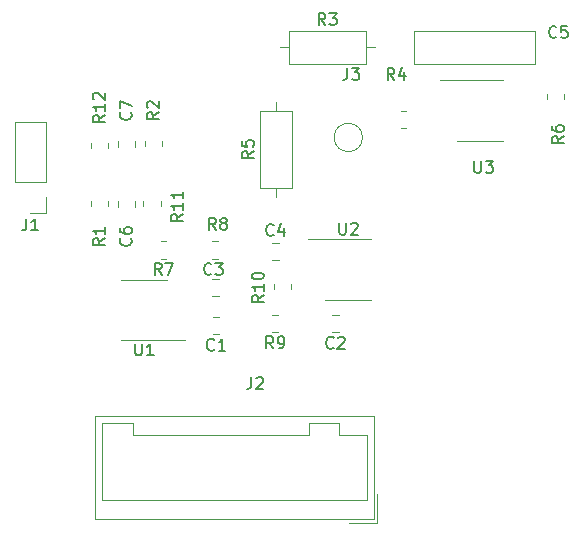
<source format=gbr>
%TF.GenerationSoftware,KiCad,Pcbnew,(6.0.10)*%
%TF.CreationDate,2023-03-20T11:55:27+01:00*%
%TF.ProjectId,616_buffer,3631365f-6275-4666-9665-722e6b696361,rev?*%
%TF.SameCoordinates,Original*%
%TF.FileFunction,Legend,Top*%
%TF.FilePolarity,Positive*%
%FSLAX46Y46*%
G04 Gerber Fmt 4.6, Leading zero omitted, Abs format (unit mm)*
G04 Created by KiCad (PCBNEW (6.0.10)) date 2023-03-20 11:55:27*
%MOMM*%
%LPD*%
G01*
G04 APERTURE LIST*
%ADD10C,0.150000*%
%ADD11C,0.120000*%
G04 APERTURE END LIST*
D10*
%TO.C,R3*%
X139787333Y-107302380D02*
X139454000Y-106826190D01*
X139215904Y-107302380D02*
X139215904Y-106302380D01*
X139596857Y-106302380D01*
X139692095Y-106350000D01*
X139739714Y-106397619D01*
X139787333Y-106492857D01*
X139787333Y-106635714D01*
X139739714Y-106730952D01*
X139692095Y-106778571D01*
X139596857Y-106826190D01*
X139215904Y-106826190D01*
X140120666Y-106302380D02*
X140739714Y-106302380D01*
X140406380Y-106683333D01*
X140549238Y-106683333D01*
X140644476Y-106730952D01*
X140692095Y-106778571D01*
X140739714Y-106873809D01*
X140739714Y-107111904D01*
X140692095Y-107207142D01*
X140644476Y-107254761D01*
X140549238Y-107302380D01*
X140263523Y-107302380D01*
X140168285Y-107254761D01*
X140120666Y-107207142D01*
%TO.C,C2*%
X140483333Y-134625142D02*
X140435714Y-134672761D01*
X140292857Y-134720380D01*
X140197619Y-134720380D01*
X140054761Y-134672761D01*
X139959523Y-134577523D01*
X139911904Y-134482285D01*
X139864285Y-134291809D01*
X139864285Y-134148952D01*
X139911904Y-133958476D01*
X139959523Y-133863238D01*
X140054761Y-133768000D01*
X140197619Y-133720380D01*
X140292857Y-133720380D01*
X140435714Y-133768000D01*
X140483333Y-133815619D01*
X140864285Y-133815619D02*
X140911904Y-133768000D01*
X141007142Y-133720380D01*
X141245238Y-133720380D01*
X141340476Y-133768000D01*
X141388095Y-133815619D01*
X141435714Y-133910857D01*
X141435714Y-134006095D01*
X141388095Y-134148952D01*
X140816666Y-134720380D01*
X141435714Y-134720380D01*
%TO.C,R1*%
X121102380Y-125388666D02*
X120626190Y-125722000D01*
X121102380Y-125960095D02*
X120102380Y-125960095D01*
X120102380Y-125579142D01*
X120150000Y-125483904D01*
X120197619Y-125436285D01*
X120292857Y-125388666D01*
X120435714Y-125388666D01*
X120530952Y-125436285D01*
X120578571Y-125483904D01*
X120626190Y-125579142D01*
X120626190Y-125960095D01*
X121102380Y-124436285D02*
X121102380Y-125007714D01*
X121102380Y-124722000D02*
X120102380Y-124722000D01*
X120245238Y-124817238D01*
X120340476Y-124912476D01*
X120388095Y-125007714D01*
%TO.C,C7*%
X123293142Y-114720666D02*
X123340761Y-114768285D01*
X123388380Y-114911142D01*
X123388380Y-115006380D01*
X123340761Y-115149238D01*
X123245523Y-115244476D01*
X123150285Y-115292095D01*
X122959809Y-115339714D01*
X122816952Y-115339714D01*
X122626476Y-115292095D01*
X122531238Y-115244476D01*
X122436000Y-115149238D01*
X122388380Y-115006380D01*
X122388380Y-114911142D01*
X122436000Y-114768285D01*
X122483619Y-114720666D01*
X122388380Y-114387333D02*
X122388380Y-113720666D01*
X123388380Y-114149238D01*
%TO.C,R6*%
X159964380Y-116752666D02*
X159488190Y-117086000D01*
X159964380Y-117324095D02*
X158964380Y-117324095D01*
X158964380Y-116943142D01*
X159012000Y-116847904D01*
X159059619Y-116800285D01*
X159154857Y-116752666D01*
X159297714Y-116752666D01*
X159392952Y-116800285D01*
X159440571Y-116847904D01*
X159488190Y-116943142D01*
X159488190Y-117324095D01*
X158964380Y-115895523D02*
X158964380Y-116086000D01*
X159012000Y-116181238D01*
X159059619Y-116228857D01*
X159202476Y-116324095D01*
X159392952Y-116371714D01*
X159773904Y-116371714D01*
X159869142Y-116324095D01*
X159916761Y-116276476D01*
X159964380Y-116181238D01*
X159964380Y-115990761D01*
X159916761Y-115895523D01*
X159869142Y-115847904D01*
X159773904Y-115800285D01*
X159535809Y-115800285D01*
X159440571Y-115847904D01*
X159392952Y-115895523D01*
X159345333Y-115990761D01*
X159345333Y-116181238D01*
X159392952Y-116276476D01*
X159440571Y-116324095D01*
X159535809Y-116371714D01*
%TO.C,R5*%
X133718380Y-118022666D02*
X133242190Y-118356000D01*
X133718380Y-118594095D02*
X132718380Y-118594095D01*
X132718380Y-118213142D01*
X132766000Y-118117904D01*
X132813619Y-118070285D01*
X132908857Y-118022666D01*
X133051714Y-118022666D01*
X133146952Y-118070285D01*
X133194571Y-118117904D01*
X133242190Y-118213142D01*
X133242190Y-118594095D01*
X132718380Y-117117904D02*
X132718380Y-117594095D01*
X133194571Y-117641714D01*
X133146952Y-117594095D01*
X133099333Y-117498857D01*
X133099333Y-117260761D01*
X133146952Y-117165523D01*
X133194571Y-117117904D01*
X133289809Y-117070285D01*
X133527904Y-117070285D01*
X133623142Y-117117904D01*
X133670761Y-117165523D01*
X133718380Y-117260761D01*
X133718380Y-117498857D01*
X133670761Y-117594095D01*
X133623142Y-117641714D01*
%TO.C,R12*%
X121102380Y-114942857D02*
X120626190Y-115276190D01*
X121102380Y-115514285D02*
X120102380Y-115514285D01*
X120102380Y-115133333D01*
X120150000Y-115038095D01*
X120197619Y-114990476D01*
X120292857Y-114942857D01*
X120435714Y-114942857D01*
X120530952Y-114990476D01*
X120578571Y-115038095D01*
X120626190Y-115133333D01*
X120626190Y-115514285D01*
X121102380Y-113990476D02*
X121102380Y-114561904D01*
X121102380Y-114276190D02*
X120102380Y-114276190D01*
X120245238Y-114371428D01*
X120340476Y-114466666D01*
X120388095Y-114561904D01*
X120197619Y-113609523D02*
X120150000Y-113561904D01*
X120102380Y-113466666D01*
X120102380Y-113228571D01*
X120150000Y-113133333D01*
X120197619Y-113085714D01*
X120292857Y-113038095D01*
X120388095Y-113038095D01*
X120530952Y-113085714D01*
X121102380Y-113657142D01*
X121102380Y-113038095D01*
%TO.C,U3*%
X152400095Y-118832380D02*
X152400095Y-119641904D01*
X152447714Y-119737142D01*
X152495333Y-119784761D01*
X152590571Y-119832380D01*
X152781047Y-119832380D01*
X152876285Y-119784761D01*
X152923904Y-119737142D01*
X152971523Y-119641904D01*
X152971523Y-118832380D01*
X153352476Y-118832380D02*
X153971523Y-118832380D01*
X153638190Y-119213333D01*
X153781047Y-119213333D01*
X153876285Y-119260952D01*
X153923904Y-119308571D01*
X153971523Y-119403809D01*
X153971523Y-119641904D01*
X153923904Y-119737142D01*
X153876285Y-119784761D01*
X153781047Y-119832380D01*
X153495333Y-119832380D01*
X153400095Y-119784761D01*
X153352476Y-119737142D01*
%TO.C,R10*%
X134564380Y-130182857D02*
X134088190Y-130516190D01*
X134564380Y-130754285D02*
X133564380Y-130754285D01*
X133564380Y-130373333D01*
X133612000Y-130278095D01*
X133659619Y-130230476D01*
X133754857Y-130182857D01*
X133897714Y-130182857D01*
X133992952Y-130230476D01*
X134040571Y-130278095D01*
X134088190Y-130373333D01*
X134088190Y-130754285D01*
X134564380Y-129230476D02*
X134564380Y-129801904D01*
X134564380Y-129516190D02*
X133564380Y-129516190D01*
X133707238Y-129611428D01*
X133802476Y-129706666D01*
X133850095Y-129801904D01*
X133564380Y-128611428D02*
X133564380Y-128516190D01*
X133612000Y-128420952D01*
X133659619Y-128373333D01*
X133754857Y-128325714D01*
X133945333Y-128278095D01*
X134183428Y-128278095D01*
X134373904Y-128325714D01*
X134469142Y-128373333D01*
X134516761Y-128420952D01*
X134564380Y-128516190D01*
X134564380Y-128611428D01*
X134516761Y-128706666D01*
X134469142Y-128754285D01*
X134373904Y-128801904D01*
X134183428Y-128849523D01*
X133945333Y-128849523D01*
X133754857Y-128801904D01*
X133659619Y-128754285D01*
X133612000Y-128706666D01*
X133564380Y-128611428D01*
%TO.C,C6*%
X123293142Y-125388666D02*
X123340761Y-125436285D01*
X123388380Y-125579142D01*
X123388380Y-125674380D01*
X123340761Y-125817238D01*
X123245523Y-125912476D01*
X123150285Y-125960095D01*
X122959809Y-126007714D01*
X122816952Y-126007714D01*
X122626476Y-125960095D01*
X122531238Y-125912476D01*
X122436000Y-125817238D01*
X122388380Y-125674380D01*
X122388380Y-125579142D01*
X122436000Y-125436285D01*
X122483619Y-125388666D01*
X122388380Y-124531523D02*
X122388380Y-124722000D01*
X122436000Y-124817238D01*
X122483619Y-124864857D01*
X122626476Y-124960095D01*
X122816952Y-125007714D01*
X123197904Y-125007714D01*
X123293142Y-124960095D01*
X123340761Y-124912476D01*
X123388380Y-124817238D01*
X123388380Y-124626761D01*
X123340761Y-124531523D01*
X123293142Y-124483904D01*
X123197904Y-124436285D01*
X122959809Y-124436285D01*
X122864571Y-124483904D01*
X122816952Y-124531523D01*
X122769333Y-124626761D01*
X122769333Y-124817238D01*
X122816952Y-124912476D01*
X122864571Y-124960095D01*
X122959809Y-125007714D01*
%TO.C,R8*%
X130512897Y-124658380D02*
X130179564Y-124182190D01*
X129941468Y-124658380D02*
X129941468Y-123658380D01*
X130322421Y-123658380D01*
X130417659Y-123706000D01*
X130465278Y-123753619D01*
X130512897Y-123848857D01*
X130512897Y-123991714D01*
X130465278Y-124086952D01*
X130417659Y-124134571D01*
X130322421Y-124182190D01*
X129941468Y-124182190D01*
X131084325Y-124086952D02*
X130989087Y-124039333D01*
X130941468Y-123991714D01*
X130893849Y-123896476D01*
X130893849Y-123848857D01*
X130941468Y-123753619D01*
X130989087Y-123706000D01*
X131084325Y-123658380D01*
X131274802Y-123658380D01*
X131370040Y-123706000D01*
X131417659Y-123753619D01*
X131465278Y-123848857D01*
X131465278Y-123896476D01*
X131417659Y-123991714D01*
X131370040Y-124039333D01*
X131274802Y-124086952D01*
X131084325Y-124086952D01*
X130989087Y-124134571D01*
X130941468Y-124182190D01*
X130893849Y-124277428D01*
X130893849Y-124467904D01*
X130941468Y-124563142D01*
X130989087Y-124610761D01*
X131084325Y-124658380D01*
X131274802Y-124658380D01*
X131370040Y-124610761D01*
X131417659Y-124563142D01*
X131465278Y-124467904D01*
X131465278Y-124277428D01*
X131417659Y-124182190D01*
X131370040Y-124134571D01*
X131274802Y-124086952D01*
%TO.C,J3*%
X141652666Y-110958380D02*
X141652666Y-111672666D01*
X141605047Y-111815523D01*
X141509809Y-111910761D01*
X141366952Y-111958380D01*
X141271714Y-111958380D01*
X142033619Y-110958380D02*
X142652666Y-110958380D01*
X142319333Y-111339333D01*
X142462190Y-111339333D01*
X142557428Y-111386952D01*
X142605047Y-111434571D01*
X142652666Y-111529809D01*
X142652666Y-111767904D01*
X142605047Y-111863142D01*
X142557428Y-111910761D01*
X142462190Y-111958380D01*
X142176476Y-111958380D01*
X142081238Y-111910761D01*
X142033619Y-111863142D01*
%TO.C,R7*%
X125920833Y-128467380D02*
X125587500Y-127991190D01*
X125349404Y-128467380D02*
X125349404Y-127467380D01*
X125730357Y-127467380D01*
X125825595Y-127515000D01*
X125873214Y-127562619D01*
X125920833Y-127657857D01*
X125920833Y-127800714D01*
X125873214Y-127895952D01*
X125825595Y-127943571D01*
X125730357Y-127991190D01*
X125349404Y-127991190D01*
X126254166Y-127467380D02*
X126920833Y-127467380D01*
X126492261Y-128467380D01*
%TO.C,R4*%
X145629333Y-111958380D02*
X145296000Y-111482190D01*
X145057904Y-111958380D02*
X145057904Y-110958380D01*
X145438857Y-110958380D01*
X145534095Y-111006000D01*
X145581714Y-111053619D01*
X145629333Y-111148857D01*
X145629333Y-111291714D01*
X145581714Y-111386952D01*
X145534095Y-111434571D01*
X145438857Y-111482190D01*
X145057904Y-111482190D01*
X146486476Y-111291714D02*
X146486476Y-111958380D01*
X146248380Y-110910761D02*
X146010285Y-111625047D01*
X146629333Y-111625047D01*
%TO.C,C3*%
X130135333Y-128373142D02*
X130087714Y-128420761D01*
X129944857Y-128468380D01*
X129849619Y-128468380D01*
X129706761Y-128420761D01*
X129611523Y-128325523D01*
X129563904Y-128230285D01*
X129516285Y-128039809D01*
X129516285Y-127896952D01*
X129563904Y-127706476D01*
X129611523Y-127611238D01*
X129706761Y-127516000D01*
X129849619Y-127468380D01*
X129944857Y-127468380D01*
X130087714Y-127516000D01*
X130135333Y-127563619D01*
X130468666Y-127468380D02*
X131087714Y-127468380D01*
X130754380Y-127849333D01*
X130897238Y-127849333D01*
X130992476Y-127896952D01*
X131040095Y-127944571D01*
X131087714Y-128039809D01*
X131087714Y-128277904D01*
X131040095Y-128373142D01*
X130992476Y-128420761D01*
X130897238Y-128468380D01*
X130611523Y-128468380D01*
X130516285Y-128420761D01*
X130468666Y-128373142D01*
%TO.C,C1*%
X130374585Y-134790890D02*
X130326966Y-134838509D01*
X130184109Y-134886128D01*
X130088871Y-134886128D01*
X129946013Y-134838509D01*
X129850775Y-134743271D01*
X129803156Y-134648033D01*
X129755537Y-134457557D01*
X129755537Y-134314700D01*
X129803156Y-134124224D01*
X129850775Y-134028986D01*
X129946013Y-133933748D01*
X130088871Y-133886128D01*
X130184109Y-133886128D01*
X130326966Y-133933748D01*
X130374585Y-133981367D01*
X131326966Y-134886128D02*
X130755537Y-134886128D01*
X131041252Y-134886128D02*
X131041252Y-133886128D01*
X130946013Y-134028986D01*
X130850775Y-134124224D01*
X130755537Y-134171843D01*
%TO.C,J2*%
X133524666Y-137120380D02*
X133524666Y-137834666D01*
X133477047Y-137977523D01*
X133381809Y-138072761D01*
X133238952Y-138120380D01*
X133143714Y-138120380D01*
X133953238Y-137215619D02*
X134000857Y-137168000D01*
X134096095Y-137120380D01*
X134334190Y-137120380D01*
X134429428Y-137168000D01*
X134477047Y-137215619D01*
X134524666Y-137310857D01*
X134524666Y-137406095D01*
X134477047Y-137548952D01*
X133905619Y-138120380D01*
X134524666Y-138120380D01*
%TO.C,R2*%
X125674380Y-114720666D02*
X125198190Y-115054000D01*
X125674380Y-115292095D02*
X124674380Y-115292095D01*
X124674380Y-114911142D01*
X124722000Y-114815904D01*
X124769619Y-114768285D01*
X124864857Y-114720666D01*
X125007714Y-114720666D01*
X125102952Y-114768285D01*
X125150571Y-114815904D01*
X125198190Y-114911142D01*
X125198190Y-115292095D01*
X124769619Y-114339714D02*
X124722000Y-114292095D01*
X124674380Y-114196857D01*
X124674380Y-113958761D01*
X124722000Y-113863523D01*
X124769619Y-113815904D01*
X124864857Y-113768285D01*
X124960095Y-113768285D01*
X125102952Y-113815904D01*
X125674380Y-114387333D01*
X125674380Y-113768285D01*
%TO.C,U2*%
X140970095Y-124068380D02*
X140970095Y-124877904D01*
X141017714Y-124973142D01*
X141065333Y-125020761D01*
X141160571Y-125068380D01*
X141351047Y-125068380D01*
X141446285Y-125020761D01*
X141493904Y-124973142D01*
X141541523Y-124877904D01*
X141541523Y-124068380D01*
X141970095Y-124163619D02*
X142017714Y-124116000D01*
X142112952Y-124068380D01*
X142351047Y-124068380D01*
X142446285Y-124116000D01*
X142493904Y-124163619D01*
X142541523Y-124258857D01*
X142541523Y-124354095D01*
X142493904Y-124496952D01*
X141922476Y-125068380D01*
X142541523Y-125068380D01*
%TO.C,J1*%
X114474666Y-123702380D02*
X114474666Y-124416666D01*
X114427047Y-124559523D01*
X114331809Y-124654761D01*
X114188952Y-124702380D01*
X114093714Y-124702380D01*
X115474666Y-124702380D02*
X114903238Y-124702380D01*
X115188952Y-124702380D02*
X115188952Y-123702380D01*
X115093714Y-123845238D01*
X114998476Y-123940476D01*
X114903238Y-123988095D01*
%TO.C,R11*%
X127706380Y-123324857D02*
X127230190Y-123658190D01*
X127706380Y-123896285D02*
X126706380Y-123896285D01*
X126706380Y-123515333D01*
X126754000Y-123420095D01*
X126801619Y-123372476D01*
X126896857Y-123324857D01*
X127039714Y-123324857D01*
X127134952Y-123372476D01*
X127182571Y-123420095D01*
X127230190Y-123515333D01*
X127230190Y-123896285D01*
X127706380Y-122372476D02*
X127706380Y-122943904D01*
X127706380Y-122658190D02*
X126706380Y-122658190D01*
X126849238Y-122753428D01*
X126944476Y-122848666D01*
X126992095Y-122943904D01*
X127706380Y-121420095D02*
X127706380Y-121991523D01*
X127706380Y-121705809D02*
X126706380Y-121705809D01*
X126849238Y-121801047D01*
X126944476Y-121896285D01*
X126992095Y-121991523D01*
%TO.C,R9*%
X135365833Y-134690380D02*
X135032500Y-134214190D01*
X134794404Y-134690380D02*
X134794404Y-133690380D01*
X135175357Y-133690380D01*
X135270595Y-133738000D01*
X135318214Y-133785619D01*
X135365833Y-133880857D01*
X135365833Y-134023714D01*
X135318214Y-134118952D01*
X135270595Y-134166571D01*
X135175357Y-134214190D01*
X134794404Y-134214190D01*
X135842023Y-134690380D02*
X136032500Y-134690380D01*
X136127738Y-134642761D01*
X136175357Y-134595142D01*
X136270595Y-134452285D01*
X136318214Y-134261809D01*
X136318214Y-133880857D01*
X136270595Y-133785619D01*
X136222976Y-133738000D01*
X136127738Y-133690380D01*
X135937261Y-133690380D01*
X135842023Y-133738000D01*
X135794404Y-133785619D01*
X135746785Y-133880857D01*
X135746785Y-134118952D01*
X135794404Y-134214190D01*
X135842023Y-134261809D01*
X135937261Y-134309428D01*
X136127738Y-134309428D01*
X136222976Y-134261809D01*
X136270595Y-134214190D01*
X136318214Y-134118952D01*
%TO.C,U1*%
X123698095Y-134297380D02*
X123698095Y-135106904D01*
X123745714Y-135202142D01*
X123793333Y-135249761D01*
X123888571Y-135297380D01*
X124079047Y-135297380D01*
X124174285Y-135249761D01*
X124221904Y-135202142D01*
X124269523Y-135106904D01*
X124269523Y-134297380D01*
X125269523Y-135297380D02*
X124698095Y-135297380D01*
X124983809Y-135297380D02*
X124983809Y-134297380D01*
X124888571Y-134440238D01*
X124793333Y-134535476D01*
X124698095Y-134583095D01*
%TO.C,C4*%
X135403333Y-125071142D02*
X135355714Y-125118761D01*
X135212857Y-125166380D01*
X135117619Y-125166380D01*
X134974761Y-125118761D01*
X134879523Y-125023523D01*
X134831904Y-124928285D01*
X134784285Y-124737809D01*
X134784285Y-124594952D01*
X134831904Y-124404476D01*
X134879523Y-124309238D01*
X134974761Y-124214000D01*
X135117619Y-124166380D01*
X135212857Y-124166380D01*
X135355714Y-124214000D01*
X135403333Y-124261619D01*
X136260476Y-124499714D02*
X136260476Y-125166380D01*
X136022380Y-124118761D02*
X135784285Y-124833047D01*
X136403333Y-124833047D01*
%TO.C,C5*%
X159345333Y-108307142D02*
X159297714Y-108354761D01*
X159154857Y-108402380D01*
X159059619Y-108402380D01*
X158916761Y-108354761D01*
X158821523Y-108259523D01*
X158773904Y-108164285D01*
X158726285Y-107973809D01*
X158726285Y-107830952D01*
X158773904Y-107640476D01*
X158821523Y-107545238D01*
X158916761Y-107450000D01*
X159059619Y-107402380D01*
X159154857Y-107402380D01*
X159297714Y-107450000D01*
X159345333Y-107497619D01*
X160250095Y-107402380D02*
X159773904Y-107402380D01*
X159726285Y-107878571D01*
X159773904Y-107830952D01*
X159869142Y-107783333D01*
X160107238Y-107783333D01*
X160202476Y-107830952D01*
X160250095Y-107878571D01*
X160297714Y-107973809D01*
X160297714Y-108211904D01*
X160250095Y-108307142D01*
X160202476Y-108354761D01*
X160107238Y-108402380D01*
X159869142Y-108402380D01*
X159773904Y-108354761D01*
X159726285Y-108307142D01*
D11*
%TO.C,R3*%
X136684000Y-110590000D02*
X143224000Y-110590000D01*
X136684000Y-107850000D02*
X136684000Y-110590000D01*
X143224000Y-107850000D02*
X136684000Y-107850000D01*
X135914000Y-109220000D02*
X136684000Y-109220000D01*
X143224000Y-110590000D02*
X143224000Y-107850000D01*
X143994000Y-109220000D02*
X143224000Y-109220000D01*
%TO.C,C2*%
X140911252Y-133323000D02*
X140388748Y-133323000D01*
X140911252Y-131853000D02*
X140388748Y-131853000D01*
%TO.C,R1*%
X121385000Y-122200936D02*
X121385000Y-122655064D01*
X119915000Y-122200936D02*
X119915000Y-122655064D01*
%TO.C,C7*%
X122201000Y-117152748D02*
X122201000Y-117675252D01*
X123671000Y-117152748D02*
X123671000Y-117675252D01*
%TO.C,R6*%
X158523000Y-113614564D02*
X158523000Y-113160436D01*
X159993000Y-113614564D02*
X159993000Y-113160436D01*
%TO.C,R5*%
X135636000Y-121896000D02*
X135636000Y-121126000D01*
X134266000Y-121126000D02*
X137006000Y-121126000D01*
X137006000Y-121126000D02*
X137006000Y-114586000D01*
X135636000Y-113816000D02*
X135636000Y-114586000D01*
X134266000Y-114586000D02*
X134266000Y-121126000D01*
X137006000Y-114586000D02*
X134266000Y-114586000D01*
%TO.C,R12*%
X119915000Y-117271436D02*
X119915000Y-117725564D01*
X121385000Y-117271436D02*
X121385000Y-117725564D01*
%TO.C,U3*%
X152908000Y-111994000D02*
X154858000Y-111994000D01*
X152908000Y-117114000D02*
X150958000Y-117114000D01*
X152908000Y-117114000D02*
X154858000Y-117114000D01*
X152908000Y-111994000D02*
X149458000Y-111994000D01*
%TO.C,R10*%
X136879000Y-129209436D02*
X136879000Y-129663564D01*
X135409000Y-129209436D02*
X135409000Y-129663564D01*
%TO.C,C6*%
X122201000Y-122755252D02*
X122201000Y-122232748D01*
X123671000Y-122755252D02*
X123671000Y-122232748D01*
%TO.C,R8*%
X130679564Y-125630000D02*
X130225436Y-125630000D01*
X130679564Y-127100000D02*
X130225436Y-127100000D01*
%TO.C,J3*%
X142932000Y-116840000D02*
G75*
G03*
X142932000Y-116840000I-1200000J0D01*
G01*
%TO.C,R7*%
X126314564Y-127100000D02*
X125860436Y-127100000D01*
X126314564Y-125630000D02*
X125860436Y-125630000D01*
%TO.C,R4*%
X146180436Y-114581000D02*
X146634564Y-114581000D01*
X146180436Y-116051000D02*
X146634564Y-116051000D01*
%TO.C,C3*%
X130756252Y-128805000D02*
X130233748Y-128805000D01*
X130756252Y-130275000D02*
X130233748Y-130275000D01*
%TO.C,C1*%
X130802504Y-132018748D02*
X130280000Y-132018748D01*
X130802504Y-133488748D02*
X130280000Y-133488748D01*
%TO.C,J2*%
X123480000Y-142030000D02*
X123480000Y-141030000D01*
X140980000Y-141030000D02*
X138380000Y-141030000D01*
X123480000Y-141030000D02*
X120880000Y-141030000D01*
X120270000Y-149140000D02*
X143890000Y-149140000D01*
X143280000Y-142030000D02*
X140980000Y-142030000D01*
X120880000Y-147530000D02*
X143280000Y-147530000D01*
X120270000Y-140420000D02*
X120270000Y-149140000D01*
X144190000Y-147030000D02*
X144190000Y-149440000D01*
X143890000Y-149140000D02*
X143890000Y-140420000D01*
X143280000Y-147530000D02*
X143280000Y-142030000D01*
X138380000Y-141030000D02*
X138380000Y-142030000D01*
X138380000Y-142030000D02*
X123480000Y-142030000D01*
X120880000Y-141030000D02*
X120880000Y-147530000D01*
X144190000Y-149440000D02*
X141780000Y-149440000D01*
X143890000Y-140420000D02*
X120270000Y-140420000D01*
X140980000Y-142030000D02*
X140980000Y-141030000D01*
%TO.C,R2*%
X125957000Y-117575064D02*
X125957000Y-117120936D01*
X124487000Y-117575064D02*
X124487000Y-117120936D01*
%TO.C,U2*%
X141732000Y-125456000D02*
X143682000Y-125456000D01*
X141732000Y-130576000D02*
X143682000Y-130576000D01*
X141732000Y-125456000D02*
X138282000Y-125456000D01*
X141732000Y-130576000D02*
X139782000Y-130576000D01*
%TO.C,J1*%
X116138000Y-120650000D02*
X113478000Y-120650000D01*
X116138000Y-121920000D02*
X116138000Y-123250000D01*
X116138000Y-120650000D02*
X116138000Y-115510000D01*
X113478000Y-120650000D02*
X113478000Y-115510000D01*
X116138000Y-115510000D02*
X113478000Y-115510000D01*
X116138000Y-123250000D02*
X114808000Y-123250000D01*
%TO.C,R11*%
X124370000Y-122655064D02*
X124370000Y-122200936D01*
X125840000Y-122655064D02*
X125840000Y-122200936D01*
%TO.C,R9*%
X135759564Y-131853000D02*
X135305436Y-131853000D01*
X135759564Y-133323000D02*
X135305436Y-133323000D01*
%TO.C,U1*%
X124460000Y-134005000D02*
X127910000Y-134005000D01*
X124460000Y-134005000D02*
X122510000Y-134005000D01*
X124460000Y-128885000D02*
X122510000Y-128885000D01*
X124460000Y-128885000D02*
X126410000Y-128885000D01*
%TO.C,C4*%
X135831252Y-127227000D02*
X135308748Y-127227000D01*
X135831252Y-125757000D02*
X135308748Y-125757000D01*
%TO.C,C5*%
X157520000Y-107850000D02*
X147280000Y-107850000D01*
X147280000Y-110590000D02*
X147280000Y-107850000D01*
X157520000Y-110590000D02*
X147280000Y-110590000D01*
X157520000Y-110590000D02*
X157520000Y-107850000D01*
%TD*%
M02*

</source>
